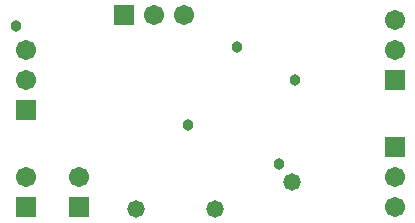
<source format=gbs>
%FSLAX25Y25*%
%MOIN*%
G70*
G01*
G75*
G04 Layer_Color=16711935*
%ADD10R,0.06312X0.12611*%
%ADD11R,0.10249X0.04737*%
%ADD12R,0.05131X0.07493*%
%ADD13R,0.04737X0.06706*%
%ADD14O,0.09461X0.03162*%
%ADD15R,0.07493X0.05131*%
%ADD16C,0.06706*%
%ADD17R,0.06706X0.06706*%
%ADD18R,0.06706X0.06706*%
%ADD19C,0.03800*%
%ADD20C,0.05800*%
D16*
X9500Y22500D02*
D03*
X132500Y65000D02*
D03*
Y75000D02*
D03*
Y22500D02*
D03*
Y12500D02*
D03*
X27000Y22500D02*
D03*
X52000Y76500D02*
D03*
X62000D02*
D03*
X9500Y55000D02*
D03*
Y65000D02*
D03*
D17*
Y12500D02*
D03*
X132500Y55000D02*
D03*
Y32500D02*
D03*
X27000Y12500D02*
D03*
X9500Y45000D02*
D03*
D18*
X42000Y76500D02*
D03*
D19*
X6000Y73000D02*
D03*
X79661Y66161D02*
D03*
X63500Y40000D02*
D03*
X99000Y55000D02*
D03*
X93945Y27055D02*
D03*
D20*
X98000Y21000D02*
D03*
X46000Y12000D02*
D03*
X72500D02*
D03*
M02*

</source>
